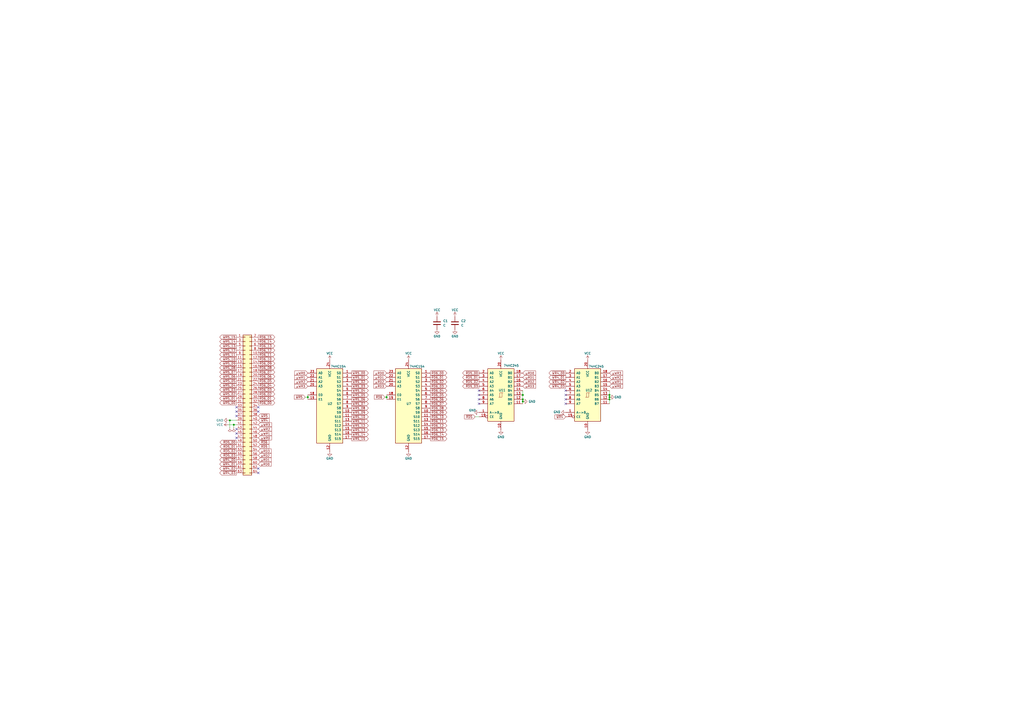
<source format=kicad_sch>
(kicad_sch (version 20211123) (generator eeschema)
  (paper "A2")
  (lib_symbols
    (symbol "74xx:74HC245" (pin_names (offset 1.016))
      (property "Reference" "U" (at -7.62 16.51 0))
      (property "Value" "74HC245" (at -7.62 -16.51 0))
      (symbol "74HC245_1_0"
        (polyline (pts (xy -0.635 -1.27) (xy -0.635 1.27) (xy 0.635 1.27)))
        (polyline (pts (xy -1.27 -1.27) (xy 0.635 -1.27) (xy 0.635 1.27) (xy 1.27 1.27)))
        (pin input line (at -12.7 -10.16 0) (length 5.08) (name "A->B") (number "1"))
        (pin power_in line (at 0 -20.32 90) (length 5.08) (name "GND") (number "10"))
        (pin tri_state line (at 12.7 -5.08 180) (length 5.08) (name "B7") (number "11"))
        (pin tri_state line (at 12.7 -2.54 180) (length 5.08) (name "B6") (number "12"))
        (pin tri_state line (at 12.7 0 180) (length 5.08) (name "B5") (number "13"))
        (pin tri_state line (at 12.7 2.54 180) (length 5.08) (name "B4") (number "14"))
        (pin tri_state line (at 12.7 5.08 180) (length 5.08) (name "B3") (number "15"))
        (pin tri_state line (at 12.7 7.62 180) (length 5.08) (name "B2") (number "16"))
        (pin tri_state line (at 12.7 10.16 180) (length 5.08) (name "B1") (number "17"))
        (pin tri_state line (at 12.7 12.7 180) (length 5.08) (name "B0") (number "18"))
        (pin input inverted (at -12.7 -12.7 0) (length 5.08) (name "CE") (number "19"))
        (pin tri_state line (at -12.7 12.7 0) (length 5.08) (name "A0") (number "2"))
        (pin power_in line (at 0 20.32 270) (length 5.08) (name "VCC") (number "20"))
        (pin tri_state line (at -12.7 10.16 0) (length 5.08) (name "A1") (number "3"))
        (pin tri_state line (at -12.7 7.62 0) (length 5.08) (name "A2") (number "4"))
        (pin tri_state line (at -12.7 5.08 0) (length 5.08) (name "A3") (number "5"))
        (pin tri_state line (at -12.7 2.54 0) (length 5.08) (name "A4") (number "6"))
        (pin tri_state line (at -12.7 0 0) (length 5.08) (name "A5") (number "7"))
        (pin tri_state line (at -12.7 -2.54 0) (length 5.08) (name "A6") (number "8"))
        (pin tri_state line (at -12.7 -5.08 0) (length 5.08) (name "A7") (number "9"))
      )
      (symbol "74HC245_1_1"
        (rectangle (start -7.62 15.24) (end 7.62 -15.24) (stroke (width 0.254)) (fill (type background)))
      )
    )
    (symbol "74xx:74LS154" (pin_names (offset 1.016))
      (property "Reference" "U" (at -7.62 21.59 0))
      (property "Value" "74LS154" (at -7.62 -24.13 0))
      (symbol "74LS154_1_0"
        (pin output line (at 12.7 17.78 180) (length 5.08) (name "S0") (number "1"))
        (pin output line (at 12.7 -5.08 180) (length 5.08) (name "S9") (number "10"))
        (pin output line (at 12.7 -7.62 180) (length 5.08) (name "S10") (number "11"))
        (pin power_in line (at 0 -27.94 90) (length 5.08) (name "GND") (number "12"))
        (pin output line (at 12.7 -10.16 180) (length 5.08) (name "S11") (number "13"))
        (pin output line (at 12.7 -12.7 180) (length 5.08) (name "S12") (number "14"))
        (pin output line (at 12.7 -15.24 180) (length 5.08) (name "S13") (number "15"))
        (pin output line (at 12.7 -17.78 180) (length 5.08) (name "S14") (number "16"))
        (pin output line (at 12.7 -20.32 180) (length 5.08) (name "S15") (number "17"))
        (pin input line (at -12.7 5.08 0) (length 5.08) (name "E0") (number "18"))
        (pin input line (at -12.7 2.54 0) (length 5.08) (name "E1") (number "19"))
        (pin output line (at 12.7 15.24 180) (length 5.08) (name "S1") (number "2"))
        (pin input line (at -12.7 10.16 0) (length 5.08) (name "A3") (number "20"))
        (pin input line (at -12.7 12.7 0) (length 5.08) (name "A2") (number "21"))
        (pin input line (at -12.7 15.24 0) (length 5.08) (name "A1") (number "22"))
        (pin input line (at -12.7 17.78 0) (length 5.08) (name "A0") (number "23"))
        (pin power_in line (at 0 25.4 270) (length 5.08) (name "VCC") (number "24"))
        (pin output line (at 12.7 12.7 180) (length 5.08) (name "S2") (number "3"))
        (pin output line (at 12.7 10.16 180) (length 5.08) (name "S3") (number "4"))
        (pin output line (at 12.7 7.62 180) (length 5.08) (name "S4") (number "5"))
        (pin output line (at 12.7 5.08 180) (length 5.08) (name "S5") (number "6"))
        (pin output line (at 12.7 2.54 180) (length 5.08) (name "S6") (number "7"))
        (pin output line (at 12.7 0 180) (length 5.08) (name "S7") (number "8"))
        (pin output line (at 12.7 -2.54 180) (length 5.08) (name "S8") (number "9"))
      )
      (symbol "74LS154_1_1"
        (rectangle (start -7.62 20.32) (end 7.62 -22.86) (stroke (width 0.254)) (fill (type background)))
      )
    )
    (symbol "Connector_Generic:Conn_02x32_Odd_Even" (pin_names (offset 1.016) hide)
      (property "Reference" "J" (at 1.27 40.64 0))
      (property "Value" "Conn_02x32_Odd_Even" (at 1.27 -43.18 0))
      (symbol "Conn_02x32_Odd_Even_1_1"
        (rectangle (start -1.27 -40.513) (end 0 -40.767) (stroke (width 0.1524)))
        (rectangle (start -1.27 -37.973) (end 0 -38.227) (stroke (width 0.1524)))
        (rectangle (start -1.27 -35.433) (end 0 -35.687) (stroke (width 0.1524)))
        (rectangle (start -1.27 -32.893) (end 0 -33.147) (stroke (width 0.1524)))
        (rectangle (start -1.27 -30.353) (end 0 -30.607) (stroke (width 0.1524)))
        (rectangle (start -1.27 -27.813) (end 0 -28.067) (stroke (width 0.1524)))
        (rectangle (start -1.27 -25.273) (end 0 -25.527) (stroke (width 0.1524)))
        (rectangle (start -1.27 -22.733) (end 0 -22.987) (stroke (width 0.1524)))
        (rectangle (start -1.27 -20.193) (end 0 -20.447) (stroke (width 0.1524)))
        (rectangle (start -1.27 -17.653) (end 0 -17.907) (stroke (width 0.1524)))
        (rectangle (start -1.27 -15.113) (end 0 -15.367) (stroke (width 0.1524)))
        (rectangle (start -1.27 -12.573) (end 0 -12.827) (stroke (width 0.1524)))
        (rectangle (start -1.27 -10.033) (end 0 -10.287) (stroke (width 0.1524)))
        (rectangle (start -1.27 -7.493) (end 0 -7.747) (stroke (width 0.1524)))
        (rectangle (start -1.27 -4.953) (end 0 -5.207) (stroke (width 0.1524)))
        (rectangle (start -1.27 -2.413) (end 0 -2.667) (stroke (width 0.1524)))
        (rectangle (start -1.27 0.127) (end 0 -0.127) (stroke (width 0.1524)))
        (rectangle (start -1.27 2.667) (end 0 2.413) (stroke (width 0.1524)))
        (rectangle (start -1.27 5.207) (end 0 4.953) (stroke (width 0.1524)))
        (rectangle (start -1.27 7.747) (end 0 7.493) (stroke (width 0.1524)))
        (rectangle (start -1.27 10.287) (end 0 10.033) (stroke (width 0.1524)))
        (rectangle (start -1.27 12.827) (end 0 12.573) (stroke (width 0.1524)))
        (rectangle (start -1.27 15.367) (end 0 15.113) (stroke (width 0.1524)))
        (rectangle (start -1.27 17.907) (end 0 17.653) (stroke (width 0.1524)))
        (rectangle (start -1.27 20.447) (end 0 20.193) (stroke (width 0.1524)))
        (rectangle (start -1.27 22.987) (end 0 22.733) (stroke (width 0.1524)))
        (rectangle (start -1.27 25.527) (end 0 25.273) (stroke (width 0.1524)))
        (rectangle (start -1.27 28.067) (end 0 27.813) (stroke (width 0.1524)))
        (rectangle (start -1.27 30.607) (end 0 30.353) (stroke (width 0.1524)))
        (rectangle (start -1.27 33.147) (end 0 32.893) (stroke (width 0.1524)))
        (rectangle (start -1.27 35.687) (end 0 35.433) (stroke (width 0.1524)))
        (rectangle (start -1.27 38.227) (end 0 37.973) (stroke (width 0.1524)))
        (rectangle (start -1.27 39.37) (end 3.81 -41.91) (stroke (width 0.254)) (fill (type background)))
        (rectangle (start 3.81 -40.513) (end 2.54 -40.767) (stroke (width 0.1524)))
        (rectangle (start 3.81 -37.973) (end 2.54 -38.227) (stroke (width 0.1524)))
        (rectangle (start 3.81 -35.433) (end 2.54 -35.687) (stroke (width 0.1524)))
        (rectangle (start 3.81 -32.893) (end 2.54 -33.147) (stroke (width 0.1524)))
        (rectangle (start 3.81 -30.353) (end 2.54 -30.607) (stroke (width 0.1524)))
        (rectangle (start 3.81 -27.813) (end 2.54 -28.067) (stroke (width 0.1524)))
        (rectangle (start 3.81 -25.273) (end 2.54 -25.527) (stroke (width 0.1524)))
        (rectangle (start 3.81 -22.733) (end 2.54 -22.987) (stroke (width 0.1524)))
        (rectangle (start 3.81 -20.193) (end 2.54 -20.447) (stroke (width 0.1524)))
        (rectangle (start 3.81 -17.653) (end 2.54 -17.907) (stroke (width 0.1524)))
        (rectangle (start 3.81 -15.113) (end 2.54 -15.367) (stroke (width 0.1524)))
        (rectangle (start 3.81 -12.573) (end 2.54 -12.827) (stroke (width 0.1524)))
        (rectangle (start 3.81 -10.033) (end 2.54 -10.287) (stroke (width 0.1524)))
        (rectangle (start 3.81 -7.493) (end 2.54 -7.747) (stroke (width 0.1524)))
        (rectangle (start 3.81 -4.953) (end 2.54 -5.207) (stroke (width 0.1524)))
        (rectangle (start 3.81 -2.413) (end 2.54 -2.667) (stroke (width 0.1524)))
        (rectangle (start 3.81 0.127) (end 2.54 -0.127) (stroke (width 0.1524)))
        (rectangle (start 3.81 2.667) (end 2.54 2.413) (stroke (width 0.1524)))
        (rectangle (start 3.81 5.207) (end 2.54 4.953) (stroke (width 0.1524)))
        (rectangle (start 3.81 7.747) (end 2.54 7.493) (stroke (width 0.1524)))
        (rectangle (start 3.81 10.287) (end 2.54 10.033) (stroke (width 0.1524)))
        (rectangle (start 3.81 12.827) (end 2.54 12.573) (stroke (width 0.1524)))
        (rectangle (start 3.81 15.367) (end 2.54 15.113) (stroke (width 0.1524)))
        (rectangle (start 3.81 17.907) (end 2.54 17.653) (stroke (width 0.1524)))
        (rectangle (start 3.81 20.447) (end 2.54 20.193) (stroke (width 0.1524)))
        (rectangle (start 3.81 22.987) (end 2.54 22.733) (stroke (width 0.1524)))
        (rectangle (start 3.81 25.527) (end 2.54 25.273) (stroke (width 0.1524)))
        (rectangle (start 3.81 28.067) (end 2.54 27.813) (stroke (width 0.1524)))
        (rectangle (start 3.81 30.607) (end 2.54 30.353) (stroke (width 0.1524)))
        (rectangle (start 3.81 33.147) (end 2.54 32.893) (stroke (width 0.1524)))
        (rectangle (start 3.81 35.687) (end 2.54 35.433) (stroke (width 0.1524)))
        (rectangle (start 3.81 38.227) (end 2.54 37.973) (stroke (width 0.1524)))
        (pin passive line (at -5.08 38.1 0) (length 3.81) (name "Pin_1") (number "1"))
        (pin passive line (at 7.62 27.94 180) (length 3.81) (name "Pin_10") (number "10"))
        (pin passive line (at -5.08 25.4 0) (length 3.81) (name "Pin_11") (number "11"))
        (pin passive line (at 7.62 25.4 180) (length 3.81) (name "Pin_12") (number "12"))
        (pin passive line (at -5.08 22.86 0) (length 3.81) (name "Pin_13") (number "13"))
        (pin passive line (at 7.62 22.86 180) (length 3.81) (name "Pin_14") (number "14"))
        (pin passive line (at -5.08 20.32 0) (length 3.81) (name "Pin_15") (number "15"))
        (pin passive line (at 7.62 20.32 180) (length 3.81) (name "Pin_16") (number "16"))
        (pin passive line (at -5.08 17.78 0) (length 3.81) (name "Pin_17") (number "17"))
        (pin passive line (at 7.62 17.78 180) (length 3.81) (name "Pin_18") (number "18"))
        (pin passive line (at -5.08 15.24 0) (length 3.81) (name "Pin_19") (number "19"))
        (pin passive line (at 7.62 38.1 180) (length 3.81) (name "Pin_2") (number "2"))
        (pin passive line (at 7.62 15.24 180) (length 3.81) (name "Pin_20") (number "20"))
        (pin passive line (at -5.08 12.7 0) (length 3.81) (name "Pin_21") (number "21"))
        (pin passive line (at 7.62 12.7 180) (length 3.81) (name "Pin_22") (number "22"))
        (pin passive line (at -5.08 10.16 0) (length 3.81) (name "Pin_23") (number "23"))
        (pin passive line (at 7.62 10.16 180) (length 3.81) (name "Pin_24") (number "24"))
        (pin passive line (at -5.08 7.62 0) (length 3.81) (name "Pin_25") (number "25"))
        (pin passive line (at 7.62 7.62 180) (length 3.81) (name "Pin_26") (number "26"))
        (pin passive line (at -5.08 5.08 0) (length 3.81) (name "Pin_27") (number "27"))
        (pin passive line (at 7.62 5.08 180) (length 3.81) (name "Pin_28") (number "28"))
        (pin passive line (at -5.08 2.54 0) (length 3.81) (name "Pin_29") (number "29"))
        (pin passive line (at -5.08 35.56 0) (length 3.81) (name "Pin_3") (number "3"))
        (pin passive line (at 7.62 2.54 180) (length 3.81) (name "Pin_30") (number "30"))
        (pin passive line (at -5.08 0 0) (length 3.81) (name "Pin_31") (number "31"))
        (pin passive line (at 7.62 0 180) (length 3.81) (name "Pin_32") (number "32"))
        (pin passive line (at -5.08 -2.54 0) (length 3.81) (name "Pin_33") (number "33"))
        (pin passive line (at 7.62 -2.54 180) (length 3.81) (name "Pin_34") (number "34"))
        (pin passive line (at -5.08 -5.08 0) (length 3.81) (name "Pin_35") (number "35"))
        (pin passive line (at 7.62 -5.08 180) (length 3.81) (name "Pin_36") (number "36"))
        (pin passive line (at -5.08 -7.62 0) (length 3.81) (name "Pin_37") (number "37"))
        (pin passive line (at 7.62 -7.62 180) (length 3.81) (name "Pin_38") (number "38"))
        (pin passive line (at -5.08 -10.16 0) (length 3.81) (name "Pin_39") (number "39"))
        (pin passive line (at 7.62 35.56 180) (length 3.81) (name "Pin_4") (number "4"))
        (pin passive line (at 7.62 -10.16 180) (length 3.81) (name "Pin_40") (number "40"))
        (pin passive line (at -5.08 -12.7 0) (length 3.81) (name "Pin_41") (number "41"))
        (pin passive line (at 7.62 -12.7 180) (length 3.81) (name "Pin_42") (number "42"))
        (pin passive line (at -5.08 -15.24 0) (length 3.81) (name "Pin_43") (number "43"))
        (pin passive line (at 7.62 -15.24 180) (length 3.81) (name "Pin_44") (number "44"))
        (pin passive line (at -5.08 -17.78 0) (length 3.81) (name "Pin_45") (number "45"))
        (pin passive line (at 7.62 -17.78 180) (length 3.81) (name "Pin_46") (number "46"))
        (pin passive line (at -5.08 -20.32 0) (length 3.81) (name "Pin_47") (number "47"))
        (pin passive line (at 7.62 -20.32 180) (length 3.81) (name "Pin_48") (number "48"))
        (pin passive line (at -5.08 -22.86 0) (length 3.81) (name "Pin_49") (number "49"))
        (pin passive line (at -5.08 33.02 0) (length 3.81) (name "Pin_5") (number "5"))
        (pin passive line (at 7.62 -22.86 180) (length 3.81) (name "Pin_50") (number "50"))
        (pin passive line (at -5.08 -25.4 0) (length 3.81) (name "Pin_51") (number "51"))
        (pin passive line (at 7.62 -25.4 180) (length 3.81) (name "Pin_52") (number "52"))
        (pin passive line (at -5.08 -27.94 0) (length 3.81) (name "Pin_53") (number "53"))
        (pin passive line (at 7.62 -27.94 180) (length 3.81) (name "Pin_54") (number "54"))
        (pin passive line (at -5.08 -30.48 0) (length 3.81) (name "Pin_55") (number "55"))
        (pin passive line (at 7.62 -30.48 180) (length 3.81) (name "Pin_56") (number "56"))
        (pin passive line (at -5.08 -33.02 0) (length 3.81) (name "Pin_57") (number "57"))
        (pin passive line (at 7.62 -33.02 180) (length 3.81) (name "Pin_58") (number "58"))
        (pin passive line (at -5.08 -35.56 0) (length 3.81) (name "Pin_59") (number "59"))
        (pin passive line (at 7.62 33.02 180) (length 3.81) (name "Pin_6") (number "6"))
        (pin passive line (at 7.62 -35.56 180) (length 3.81) (name "Pin_60") (number "60"))
        (pin passive line (at -5.08 -38.1 0) (length 3.81) (name "Pin_61") (number "61"))
        (pin passive line (at 7.62 -38.1 180) (length 3.81) (name "Pin_62") (number "62"))
        (pin passive line (at -5.08 -40.64 0) (length 3.81) (name "Pin_63") (number "63"))
        (pin passive line (at 7.62 -40.64 180) (length 3.81) (name "Pin_64") (number "64"))
        (pin passive line (at -5.08 30.48 0) (length 3.81) (name "Pin_7") (number "7"))
        (pin passive line (at 7.62 30.48 180) (length 3.81) (name "Pin_8") (number "8"))
        (pin passive line (at -5.08 27.94 0) (length 3.81) (name "Pin_9") (number "9"))
      )
    )
    (symbol "Device:C" (pin_numbers hide) (pin_names (offset 0.254))
      (property "Reference" "C" (at 0.635 2.54 0))
      (property "Value" "C" (at 0.635 -2.54 0))
      (symbol "C_0_1"
        (polyline (pts (xy -2.032 -0.762) (xy 2.032 -0.762)) (stroke (width 0.508)))
        (polyline (pts (xy -2.032 0.762) (xy 2.032 0.762)) (stroke (width 0.508)))
      )
      (symbol "C_1_1"
        (pin passive line (at 0 3.81 270) (length 2.794) (name "~") (number "1"))
        (pin passive line (at 0 -3.81 90) (length 2.794) (name "~") (number "2"))
      )
    )
    (symbol "power:GND" (power) (pin_names (offset 0))
      (property "Value" "GND" (at 0 -3.81 0))
      (symbol "GND_0_1"
        (polyline (pts (xy 0 0) (xy 0 -1.27) (xy 1.27 -1.27) (xy 0 -2.54) (xy -1.27 -1.27) (xy 0 -1.27)))
      )
      (symbol "GND_1_1"
        (pin power_in line (at 0 0 270) (length 0) hide (name "GND") (number "1"))
      )
    )
    (symbol "power:PWR_FLAG" (power) (pin_numbers hide) (pin_names (offset 0) hide)
      (property "Value" "PWR_FLAG" (at 0 3.81 0))
      (symbol "PWR_FLAG_0_0"
        (pin power_out line (at 0 0 90) (length 0) (name "pwr") (number "1"))
      )
      (symbol "PWR_FLAG_0_1"
        (polyline (pts (xy 0 0) (xy 0 1.27) (xy -1.016 1.905) (xy 0 2.54) (xy 1.016 1.905) (xy 0 1.27)))
      )
    )
    (symbol "power:VCC" (power) (pin_names (offset 0))
      (property "Value" "VCC" (at 0 3.81 0))
      (symbol "VCC_0_1"
        (polyline (pts (xy -0.762 1.27) (xy 0 2.54)))
        (polyline (pts (xy 0 0) (xy 0 2.54)))
        (polyline (pts (xy 0 2.54) (xy 0.762 1.27)))
      )
      (symbol "VCC_1_1"
        (pin power_in line (at 0 0 90) (length 0) hide (name "VCC") (number "1"))
      )
    )
  )
  (junction (at 353.568 229.108))
  (junction (at 135.636 246.38))
  (junction (at 133.35 243.84))
  (junction (at 303.276 231.648))
  (junction (at 224.282 230.378))
  (junction (at 303.276 229.108))
  (junction (at 303.276 232.918))
  (junction (at 353.568 231.648))
  (junction (at 353.568 230.378))
  (junction (at 178.562 230.378))
  (no_connect (at 149.86 238.76))
  (no_connect (at 277.876 226.568))
  (no_connect (at 277.876 229.108))
  (no_connect (at 328.168 229.108))
  (no_connect (at 328.168 226.568))
  (no_connect (at 137.16 238.76))
  (no_connect (at 137.16 241.3))
  (no_connect (at 149.86 236.22))
  (no_connect (at 149.86 271.78))
  (no_connect (at 149.86 274.32))
  (no_connect (at 137.16 254))
  (no_connect (at 137.16 236.22))
  (no_connect (at 277.876 231.648))
  (no_connect (at 328.168 234.188))
  (no_connect (at 277.876 234.188))
  (no_connect (at 137.16 248.92))
  (no_connect (at 137.16 251.46))
  (no_connect (at 328.168 231.648))
  (wire (pts (xy 223.266 230.378) (xy 224.282 230.378)))
  (wire (pts (xy 133.35 243.84) (xy 137.16 243.84)))
  (wire (pts (xy 133.35 247.904) (xy 133.35 243.84)))
  (wire (pts (xy 178.562 230.378) (xy 178.562 231.648)))
  (wire (pts (xy 224.282 230.378) (xy 224.282 231.648)))
  (wire (pts (xy 135.636 247.904) (xy 135.636 246.38)))
  (wire (pts (xy 303.276 229.108) (xy 303.276 231.648)))
  (wire (pts (xy 303.276 226.568) (xy 303.276 229.108)))
  (wire (pts (xy 224.282 229.108) (xy 224.282 230.378)))
  (wire (pts (xy 303.276 232.918) (xy 303.276 234.188)))
  (wire (pts (xy 353.568 226.568) (xy 353.568 229.108)))
  (wire (pts (xy 132.588 243.84) (xy 133.35 243.84)))
  (wire (pts (xy 177.038 230.378) (xy 178.562 230.378)))
  (wire (pts (xy 303.276 231.648) (xy 303.276 232.918)))
  (wire (pts (xy 135.636 246.38) (xy 137.16 246.38)))
  (wire (pts (xy 178.562 229.108) (xy 178.562 230.378)))
  (wire (pts (xy 353.568 231.648) (xy 353.568 234.188)))
  (wire (pts (xy 353.568 229.108) (xy 353.568 230.378)))
  (wire (pts (xy 353.568 230.378) (xy 353.568 231.648)))
  (wire (pts (xy 132.588 246.38) (xy 135.636 246.38)))
  (wire (pts (xy 275.59 241.808) (xy 277.876 241.808)))
  (global_label "~{WR5_08}" (shape output) (at 203.962 236.728 0) (property "Intersheet References" "${INTERSHEET_REFS}" (effects hide)))
  (global_label "~{WR4_01}" (shape output) (at 328.168 218.948 180) (property "Intersheet References" "${INTERSHEET_REFS}" (effects hide)))
  (global_label "~{WR5_12}" (shape output) (at 203.962 246.888 0) (property "Intersheet References" "${INTERSHEET_REFS}" (effects hide)))
  (global_label "~{WR5_03}" (shape output) (at 137.16 226.06 180) (property "Intersheet References" "${INTERSHEET_REFS}" (effects hide)))
  (global_label "μWR1" (shape input) (at 353.568 221.488 0) (property "Intersheet References" "${INTERSHEET_REFS}" (effects hide)))
  (global_label "μWR2" (shape input) (at 353.568 218.948 0) (property "Intersheet References" "${INTERSHEET_REFS}" (effects hide)))
  (global_label "~{RD6_04}" (shape output) (at 149.86 223.52 0) (property "Intersheet References" "${INTERSHEET_REFS}" (effects hide)))
  (global_label "~{WR5_06}" (shape output) (at 137.16 218.44 180) (property "Intersheet References" "${INTERSHEET_REFS}" (effects hide)))
  (global_label "~{RD6_11}" (shape output) (at 149.86 205.74 0) (property "Intersheet References" "${INTERSHEET_REFS}" (effects hide)))
  (global_label "μWR3" (shape input) (at 178.562 224.028 180) (property "Intersheet References" "${INTERSHEET_REFS}" (effects hide)))
  (global_label "~{WR4_02}" (shape output) (at 137.16 271.78 180) (property "Intersheet References" "${INTERSHEET_REFS}" (effects hide)))
  (global_label "~{WR5_10}" (shape output) (at 137.16 208.28 180) (property "Intersheet References" "${INTERSHEET_REFS}" (effects hide)))
  (global_label "~{RD6_05}" (shape output) (at 149.86 220.98 0) (property "Intersheet References" "${INTERSHEET_REFS}" (effects hide)))
  (global_label "μRD3" (shape input) (at 224.282 224.028 180) (property "Intersheet References" "${INTERSHEET_REFS}" (effects hide)))
  (global_label "~{WR5_15}" (shape output) (at 137.16 195.58 180) (property "Intersheet References" "${INTERSHEET_REFS}" (effects hide)))
  (global_label "~{WR5_01}" (shape output) (at 203.962 218.948 0) (property "Intersheet References" "${INTERSHEET_REFS}" (effects hide)))
  (global_label "~{RD6_07}" (shape output) (at 149.86 215.9 0) (property "Intersheet References" "${INTERSHEET_REFS}" (effects hide)))
  (global_label "~{RD6_15}" (shape output) (at 149.86 195.58 0) (property "Intersheet References" "${INTERSHEET_REFS}" (effects hide)))
  (global_label "~{WR5_00}" (shape output) (at 203.962 216.408 0) (property "Intersheet References" "${INTERSHEET_REFS}" (effects hide)))
  (global_label "μRD2" (shape input) (at 224.282 221.488 180) (property "Intersheet References" "${INTERSHEET_REFS}" (effects hide)))
  (global_label "~{WR5_13}" (shape output) (at 203.962 249.428 0) (property "Intersheet References" "${INTERSHEET_REFS}" (effects hide)))
  (global_label "~{WR5_06}" (shape output) (at 203.962 231.648 0) (property "Intersheet References" "${INTERSHEET_REFS}" (effects hide)))
  (global_label "μRD0" (shape input) (at 149.86 269.24 0) (property "Intersheet References" "${INTERSHEET_REFS}" (effects hide)))
  (global_label "μRD0" (shape input) (at 303.276 216.408 0) (property "Intersheet References" "${INTERSHEET_REFS}" (effects hide)))
  (global_label "~{RD6_05}" (shape output) (at 249.682 229.108 0) (property "Intersheet References" "${INTERSHEET_REFS}" (effects hide)))
  (global_label "~{RD6_10}" (shape output) (at 149.86 208.28 0) (property "Intersheet References" "${INTERSHEET_REFS}" (effects hide)))
  (global_label "~{RD6_13}" (shape output) (at 149.86 200.66 0) (property "Intersheet References" "${INTERSHEET_REFS}" (effects hide)))
  (global_label "μWR2" (shape input) (at 178.562 221.488 180) (property "Intersheet References" "${INTERSHEET_REFS}" (effects hide)))
  (global_label "~{RD6_10}" (shape output) (at 249.682 241.808 0) (property "Intersheet References" "${INTERSHEET_REFS}" (effects hide)))
  (global_label "~{WR5_05}" (shape output) (at 137.16 220.98 180) (property "Intersheet References" "${INTERSHEET_REFS}" (effects hide)))
  (global_label "μWR2" (shape input) (at 149.86 248.92 0) (property "Intersheet References" "${INTERSHEET_REFS}" (effects hide)))
  (global_label "μRD2" (shape input) (at 303.276 221.488 0) (property "Intersheet References" "${INTERSHEET_REFS}" (effects hide)))
  (global_label "~{RD6_01}" (shape output) (at 249.682 218.948 0) (property "Intersheet References" "${INTERSHEET_REFS}" (effects hide)))
  (global_label "~{RD6_15}" (shape output) (at 249.682 254.508 0) (property "Intersheet References" "${INTERSHEET_REFS}" (effects hide)))
  (global_label "μRD3" (shape input) (at 149.86 261.62 0) (property "Intersheet References" "${INTERSHEET_REFS}" (effects hide)))
  (global_label "~{RD6}" (shape input) (at 223.266 230.378 180) (property "Intersheet References" "${INTERSHEET_REFS}" (effects hide)))
  (global_label "~{RD5_01}" (shape output) (at 137.16 259.08 180) (property "Intersheet References" "${INTERSHEET_REFS}" (effects hide)))
  (global_label "~{WR4_00}" (shape output) (at 137.16 266.7 180) (property "Intersheet References" "${INTERSHEET_REFS}" (effects hide)))
  (global_label "~{RD5_00}" (shape output) (at 137.16 256.54 180) (property "Intersheet References" "${INTERSHEET_REFS}" (effects hide)))
  (global_label "~{RD5}" (shape input) (at 149.86 259.08 0) (property "Intersheet References" "${INTERSHEET_REFS}" (effects hide)))
  (global_label "~{WR4_02}" (shape output) (at 328.168 221.488 180) (property "Intersheet References" "${INTERSHEET_REFS}" (effects hide)))
  (global_label "μWR1" (shape input) (at 149.86 251.46 0) (property "Intersheet References" "${INTERSHEET_REFS}" (effects hide)))
  (global_label "~{WR5_07}" (shape output) (at 137.16 215.9 180) (property "Intersheet References" "${INTERSHEET_REFS}" (effects hide)))
  (global_label "μRD2" (shape input) (at 149.86 264.16 0) (property "Intersheet References" "${INTERSHEET_REFS}" (effects hide)))
  (global_label "~{RD6_00}" (shape output) (at 249.682 216.408 0) (property "Intersheet References" "${INTERSHEET_REFS}" (effects hide)))
  (global_label "~{WR5_11}" (shape output) (at 203.962 244.348 0) (property "Intersheet References" "${INTERSHEET_REFS}" (effects hide)))
  (global_label "~{WR5_09}" (shape output) (at 203.962 239.268 0) (property "Intersheet References" "${INTERSHEET_REFS}" (effects hide)))
  (global_label "~{RD6_12}" (shape output) (at 149.86 203.2 0) (property "Intersheet References" "${INTERSHEET_REFS}" (effects hide)))
  (global_label "~{RD6_14}" (shape output) (at 149.86 198.12 0) (property "Intersheet References" "${INTERSHEET_REFS}" (effects hide)))
  (global_label "~{WR5}" (shape input) (at 177.038 230.378 180) (property "Intersheet References" "${INTERSHEET_REFS}" (effects hide)))
  (global_label "μRD1" (shape input) (at 224.282 218.948 180) (property "Intersheet References" "${INTERSHEET_REFS}" (effects hide)))
  (global_label "~{WR5}" (shape input) (at 149.86 241.3 0) (property "Intersheet References" "${INTERSHEET_REFS}" (effects hide)))
  (global_label "μWR0" (shape input) (at 178.562 216.408 180) (property "Intersheet References" "${INTERSHEET_REFS}" (effects hide)))
  (global_label "μWR1" (shape input) (at 178.562 218.948 180) (property "Intersheet References" "${INTERSHEET_REFS}" (effects hide)))
  (global_label "μWR0" (shape input) (at 353.568 224.028 0) (property "Intersheet References" "${INTERSHEET_REFS}" (effects hide)))
  (global_label "~{RD6_07}" (shape output) (at 249.682 234.188 0) (property "Intersheet References" "${INTERSHEET_REFS}" (effects hide)))
  (global_label "~{WR5_04}" (shape output) (at 203.962 226.568 0) (property "Intersheet References" "${INTERSHEET_REFS}" (effects hide)))
  (global_label "~{WR5_11}" (shape output) (at 137.16 205.74 180) (property "Intersheet References" "${INTERSHEET_REFS}" (effects hide)))
  (global_label "~{RD6}" (shape input) (at 149.86 256.54 0) (property "Intersheet References" "${INTERSHEET_REFS}" (effects hide)))
  (global_label "μWR3" (shape input) (at 353.568 216.408 0) (property "Intersheet References" "${INTERSHEET_REFS}" (effects hide)))
  (global_label "~{RD6_09}" (shape output) (at 249.682 239.268 0) (property "Intersheet References" "${INTERSHEET_REFS}" (effects hide)))
  (global_label "~{RD6_04}" (shape output) (at 249.682 226.568 0) (property "Intersheet References" "${INTERSHEET_REFS}" (effects hide)))
  (global_label "~{WR5_04}" (shape output) (at 137.16 223.52 180) (property "Intersheet References" "${INTERSHEET_REFS}" (effects hide)))
  (global_label "~{RD6_02}" (shape output) (at 249.682 221.488 0) (property "Intersheet References" "${INTERSHEET_REFS}" (effects hide)))
  (global_label "~{WR5_02}" (shape output) (at 137.16 228.6 180) (property "Intersheet References" "${INTERSHEET_REFS}" (effects hide)))
  (global_label "~{RD5_02}" (shape output) (at 277.876 221.488 180) (property "Intersheet References" "${INTERSHEET_REFS}" (effects hide)))
  (global_label "μRD3" (shape input) (at 303.276 224.028 0) (property "Intersheet References" "${INTERSHEET_REFS}" (effects hide)))
  (global_label "~{RD6_09}" (shape output) (at 149.86 210.82 0) (property "Intersheet References" "${INTERSHEET_REFS}" (effects hide)))
  (global_label "~{RD5_03}" (shape output) (at 277.876 224.028 180) (property "Intersheet References" "${INTERSHEET_REFS}" (effects hide)))
  (global_label "μWR3" (shape input) (at 149.86 246.38 0) (property "Intersheet References" "${INTERSHEET_REFS}" (effects hide)))
  (global_label "~{WR5_14}" (shape output) (at 137.16 198.12 180) (property "Intersheet References" "${INTERSHEET_REFS}" (effects hide)))
  (global_label "~{RD6_14}" (shape output) (at 249.682 251.968 0) (property "Intersheet References" "${INTERSHEET_REFS}" (effects hide)))
  (global_label "~{WR5_15}" (shape output) (at 203.962 254.508 0) (property "Intersheet References" "${INTERSHEET_REFS}" (effects hide)))
  (global_label "~{RD6_13}" (shape output) (at 249.682 249.428 0) (property "Intersheet References" "${INTERSHEET_REFS}" (effects hide)))
  (global_label "~{WR5_08}" (shape output) (at 137.16 213.36 180) (property "Intersheet References" "${INTERSHEET_REFS}" (effects hide)))
  (global_label "~{WR4}" (shape input) (at 149.86 243.84 0) (property "Intersheet References" "${INTERSHEET_REFS}" (effects hide)))
  (global_label "~{WR5_00}" (shape output) (at 137.16 233.68 180) (property "Intersheet References" "${INTERSHEET_REFS}" (effects hide)))
  (global_label "μRD0" (shape input) (at 224.282 216.408 180) (property "Intersheet References" "${INTERSHEET_REFS}" (effects hide)))
  (global_label "~{WR4}" (shape input) (at 328.168 241.808 180) (property "Intersheet References" "${INTERSHEET_REFS}" (effects hide)))
  (global_label "~{RD5}" (shape input) (at 275.59 241.808 180) (property "Intersheet References" "${INTERSHEET_REFS}" (effects hide)))
  (global_label "~{RD6_12}" (shape output) (at 249.682 246.888 0) (property "Intersheet References" "${INTERSHEET_REFS}" (effects hide)))
  (global_label "~{WR5_07}" (shape output) (at 203.962 234.188 0) (property "Intersheet References" "${INTERSHEET_REFS}" (effects hide)))
  (global_label "~{WR5_01}" (shape output) (at 137.16 231.14 180) (property "Intersheet References" "${INTERSHEET_REFS}" (effects hide)))
  (global_label "~{RD5_01}" (shape output) (at 277.876 218.948 180) (property "Intersheet References" "${INTERSHEET_REFS}" (effects hide)))
  (global_label "~{RD6_06}" (shape output) (at 249.682 231.648 0) (property "Intersheet References" "${INTERSHEET_REFS}" (effects hide)))
  (global_label "~{WR5_02}" (shape output) (at 203.962 221.488 0) (property "Intersheet References" "${INTERSHEET_REFS}" (effects hide)))
  (global_label "~{RD6_11}" (shape output) (at 249.682 244.348 0) (property "Intersheet References" "${INTERSHEET_REFS}" (effects hide)))
  (global_label "~{WR5_09}" (shape output) (at 137.16 210.82 180) (property "Intersheet References" "${INTERSHEET_REFS}" (effects hide)))
  (global_label "~{RD6_03}" (shape output) (at 149.86 226.06 0) (property "Intersheet References" "${INTERSHEET_REFS}" (effects hide)))
  (global_label "μWR0" (shape input) (at 149.86 254 0) (property "Intersheet References" "${INTERSHEET_REFS}" (effects hide)))
  (global_label "~{RD5_02}" (shape output) (at 137.16 261.62 180) (property "Intersheet References" "${INTERSHEET_REFS}" (effects hide)))
  (global_label "~{WR4_03}" (shape output) (at 137.16 274.32 180) (property "Intersheet References" "${INTERSHEET_REFS}" (effects hide)))
  (global_label "~{RD6_03}" (shape output) (at 249.682 224.028 0) (property "Intersheet References" "${INTERSHEET_REFS}" (effects hide)))
  (global_label "~{RD6_00}" (shape output) (at 149.86 233.68 0) (property "Intersheet References" "${INTERSHEET_REFS}" (effects hide)))
  (global_label "~{WR4_03}" (shape output) (at 328.168 224.028 180) (property "Intersheet References" "${INTERSHEET_REFS}" (effects hide)))
  (global_label "~{RD5_00}" (shape output) (at 277.876 216.408 180) (property "Intersheet References" "${INTERSHEET_REFS}" (effects hide)))
  (global_label "~{WR4_01}" (shape output) (at 137.16 269.24 180) (property "Intersheet References" "${INTERSHEET_REFS}" (effects hide)))
  (global_label "μRD1" (shape input) (at 149.86 266.7 0) (property "Intersheet References" "${INTERSHEET_REFS}" (effects hide)))
  (global_label "~{RD5_03}" (shape output) (at 137.16 264.16 180) (property "Intersheet References" "${INTERSHEET_REFS}" (effects hide)))
  (global_label "~{WR5_05}" (shape output) (at 203.962 229.108 0) (property "Intersheet References" "${INTERSHEET_REFS}" (effects hide)))
  (global_label "~{RD6_08}" (shape output) (at 149.86 213.36 0) (property "Intersheet References" "${INTERSHEET_REFS}" (effects hide)))
  (global_label "~{WR5_13}" (shape output) (at 137.16 200.66 180) (property "Intersheet References" "${INTERSHEET_REFS}" (effects hide)))
  (global_label "~{RD6_01}" (shape output) (at 149.86 231.14 0) (property "Intersheet References" "${INTERSHEET_REFS}" (effects hide)))
  (global_label "~{WR5_12}" (shape output) (at 137.16 203.2 180) (property "Intersheet References" "${INTERSHEET_REFS}" (effects hide)))
  (global_label "~{WR4_00}" (shape output) (at 328.168 216.408 180) (property "Intersheet References" "${INTERSHEET_REFS}" (effects hide)))
  (global_label "μRD1" (shape input) (at 303.276 218.948 0) (property "Intersheet References" "${INTERSHEET_REFS}" (effects hide)))
  (global_label "~{RD6_08}" (shape output) (at 249.682 236.728 0) (property "Intersheet References" "${INTERSHEET_REFS}" (effects hide)))
  (global_label "~{WR5_03}" (shape output) (at 203.962 224.028 0) (property "Intersheet References" "${INTERSHEET_REFS}" (effects hide)))
  (global_label "~{RD6_06}" (shape output) (at 149.86 218.44 0) (property "Intersheet References" "${INTERSHEET_REFS}" (effects hide)))
  (global_label "~{RD6_02}" (shape output) (at 149.86 228.6 0) (property "Intersheet References" "${INTERSHEET_REFS}" (effects hide)))
  (global_label "~{WR5_10}" (shape output) (at 203.962 241.808 0) (property "Intersheet References" "${INTERSHEET_REFS}" (effects hide)))
  (global_label "~{WR5_14}" (shape output) (at 203.962 251.968 0) (property "Intersheet References" "${INTERSHEET_REFS}" (effects hide)))
  (symbol (lib_id "74xx:74HC245") (at 340.868 229.108 0) (unit 1)
    (property "Reference" "U12" (at 339.598 226.314 0) (effects (justify left)))
    (property "Value" "74HC245" (at 341.376 212.598 0) (effects (justify left)))
    (property "Footprint" "Package_SO:SOIC-20W_7.5x12.8mm_P1.27mm" (effects hide))
    (property "Datasheet" "http://www.ti.com/lit/gpn/sn74HC245" (effects hide))
  )
  (symbol (lib_id "power:GND") (at 328.168 239.268 270) (unit 1)
    (property "Reference" "#PWR039" (effects hide))
    (property "Value" "GND" (at 323.088 239.014 90))
  )
  (symbol (lib_id "Device:C") (at 253.492 187.452 0) (unit 1)
    (property "Reference" "C1" (at 257.048 186.1819 0) (effects (justify left)))
    (property "Value" "C" (at 257.048 188.7219 0) (effects (justify left)))
    (property "Footprint" "Capacitor_SMD:C_0805_2012Metric" (effects hide))
  )
  (symbol (lib_id "74xx:74LS154") (at 236.982 234.188 0) (unit 1)
    (property "Reference" "U7" (at 235.712 234.188 0) (effects (justify left)))
    (property "Value" "74HC154" (at 237.49 212.598 0) (effects (justify left)))
    (property "Footprint" "Package_SO:SOIC-24W_7.5x15.4mm_P1.27mm" (effects hide))
    (property "Datasheet" "http://www.ti.com/lit/gpn/sn74LS154" (effects hide))
  )
  (symbol (lib_id "power:GND") (at 253.492 191.262 0) (unit 1)
    (property "Reference" "#PWR0107" (effects hide))
    (property "Value" "GND" (at 253.492 195.072 0))
  )
  (symbol (lib_id "Device:C") (at 263.906 187.452 0) (unit 1)
    (property "Reference" "C2" (at 267.462 186.1819 0) (effects (justify left)))
    (property "Value" "C" (at 267.462 188.7219 0) (effects (justify left)))
    (property "Footprint" "Capacitor_SMD:C_0805_2012Metric" (effects hide))
  )
  (symbol (lib_id "power:VCC") (at 236.982 208.788 0) (unit 1)
    (property "Reference" "#PWR022" (effects hide))
    (property "Value" "VCC" (at 236.982 204.978 0))
  )
  (symbol (lib_id "power:VCC") (at 340.868 208.788 0) (unit 1)
    (property "Reference" "#PWR040" (effects hide))
    (property "Value" "VCC" (at 340.868 204.978 0))
  )
  (symbol (lib_id "power:GND") (at 277.876 239.268 270) (unit 1)
    (property "Reference" "#PWR029" (effects hide))
    (property "Value" "GND" (at 274.066 237.998 90))
  )
  (symbol (lib_id "power:GND") (at 263.906 191.262 0) (unit 1)
    (property "Reference" "#PWR0105" (effects hide))
    (property "Value" "GND" (at 263.906 195.072 0))
  )
  (symbol (lib_id "power:PWR_FLAG") (at 133.35 247.904 0) (mirror x) (unit 1)
    (property "Reference" "#FLG0101" (effects hide))
    (property "Value" "PWR_FLAG" (effects hide))
  )
  (symbol (lib_id "power:GND") (at 236.982 262.128 0) (unit 1)
    (property "Reference" "#PWR023" (effects hide))
    (property "Value" "GND" (at 236.982 265.938 0))
  )
  (symbol (lib_id "power:VCC") (at 132.588 246.38 90) (mirror x) (unit 1)
    (property "Reference" "#PWR0102" (effects hide))
    (property "Value" "VCC" (at 127.508 246.38 90))
  )
  (symbol (lib_id "power:GND") (at 191.262 262.128 0) (unit 1)
    (property "Reference" "#PWR013" (effects hide))
    (property "Value" "GND" (at 191.262 265.938 0))
  )
  (symbol (lib_id "power:GND") (at 303.276 232.918 90) (mirror x) (unit 1)
    (property "Reference" "#PWR036" (effects hide))
    (property "Value" "GND" (at 308.61 232.918 90))
  )
  (symbol (lib_id "power:GND") (at 290.576 249.428 0) (unit 1)
    (property "Reference" "#PWR031" (effects hide))
    (property "Value" "GND" (at 290.576 253.492 0))
  )
  (symbol (lib_id "power:GND") (at 132.588 243.84 270) (mirror x) (unit 1)
    (property "Reference" "#PWR0101" (effects hide))
    (property "Value" "GND" (at 127.508 243.84 90))
  )
  (symbol (lib_id "power:VCC") (at 290.576 208.788 0) (unit 1)
    (property "Reference" "#PWR030" (effects hide))
    (property "Value" "VCC" (at 290.576 204.978 0))
  )
  (symbol (lib_id "power:GND") (at 340.868 249.428 0) (unit 1)
    (property "Reference" "#PWR041" (effects hide))
    (property "Value" "GND" (at 340.868 253.492 0))
  )
  (symbol (lib_id "74xx:74HC245") (at 290.576 229.108 0) (unit 1)
    (property "Reference" "U11" (at 289.306 226.314 0) (effects (justify left)))
    (property "Value" "74HC245" (at 292.1 212.09 0) (effects (justify left)))
    (property "Footprint" "Package_SO:SOIC-20W_7.5x12.8mm_P1.27mm" (effects hide))
    (property "Datasheet" "http://www.ti.com/lit/gpn/sn74HC245" (effects hide))
  )
  (symbol (lib_id "power:PWR_FLAG") (at 135.636 247.904 0) (mirror x) (unit 1)
    (property "Reference" "#FLG0102" (effects hide))
    (property "Value" "PWR_FLAG" (effects hide))
  )
  (symbol (lib_id "power:VCC") (at 253.492 183.642 0) (unit 1)
    (property "Reference" "#PWR0108" (effects hide))
    (property "Value" "VCC" (at 253.492 179.832 0))
  )
  (symbol (lib_id "power:GND") (at 353.568 230.378 90) (mirror x) (unit 1)
    (property "Reference" "#PWR042" (effects hide))
    (property "Value" "GND" (at 358.394 230.378 90))
  )
  (symbol (lib_id "power:VCC") (at 191.262 208.788 0) (unit 1)
    (property "Reference" "#PWR012" (effects hide))
    (property "Value" "VCC" (at 191.262 204.978 0))
  )
  (symbol (lib_id "Connector_Generic:Conn_02x32_Odd_Even") (at 142.24 233.68 0) (unit 1)
    (property "Reference" "J1" (effects hide))
    (property "Value" "Conn_02x32_Odd_Even" (effects hide))
    (property "Footprint" "Connector_PinHeader_2.54mm:PinHeader_2x32_P2.54mm_Horizontal" (effects hide))
  )
  (symbol (lib_id "74xx:74LS154") (at 191.262 234.188 0) (unit 1)
    (property "Reference" "U2" (at 189.992 234.188 0) (effects (justify left)))
    (property "Value" "74HC154" (at 191.77 212.598 0) (effects (justify left)))
    (property "Footprint" "Package_SO:SOIC-24W_7.5x15.4mm_P1.27mm" (effects hide))
    (property "Datasheet" "http://www.ti.com/lit/gpn/sn74LS154" (effects hide))
  )
  (symbol (lib_id "power:VCC") (at 263.906 183.642 0) (unit 1)
    (property "Reference" "#PWR0106" (effects hide))
    (property "Value" "VCC" (at 263.906 179.832 0))
  )
)
</source>
